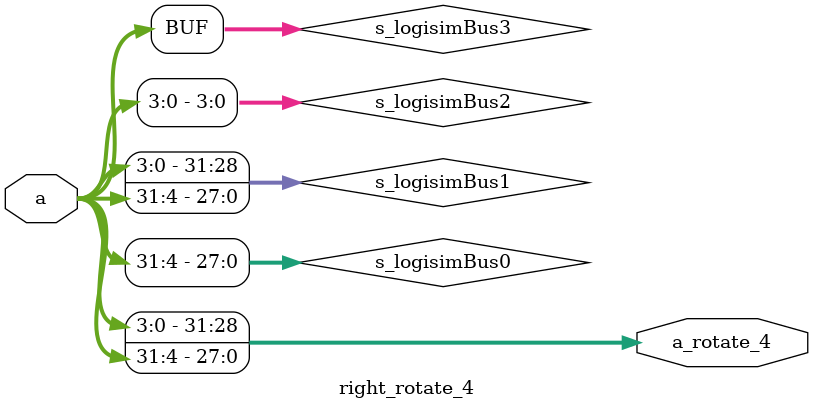
<source format=v>
/******************************************************************************
**
Logisim-evolution
goes
FPGA
automatic
generated
Verilog
code
**
**
https://github.com/logisim-evolution/
**
**
**
**
Component
:
right_rotate_4
**
**
**
*****************************************************************************/
module
right_rotate_4(
a,
a_rotate_4
);
/*******************************************************************************
**
The
inputs
are
defined
here
**
*******************************************************************************/
input
[31:0]
a;
/*******************************************************************************
**
The
outputs
are
defined
here
**
*******************************************************************************/
output
[31:0]
a_rotate_4;
/*******************************************************************************
**
The
wires
are
defined
here
**
*******************************************************************************/
wire
[27:0]
s_logisimBus0;
wire
[31:0]
s_logisimBus1;
wire
[3:0]
s_logisimBus2;
wire
[31:0]
s_logisimBus3;
/*******************************************************************************
**
The
module
functionality
is
described
here
**
*******************************************************************************/
/*******************************************************************************
**
Here
all
wiring
is
defined
**
*******************************************************************************/
assign
s_logisimBus0[0]
=
s_logisimBus3[4];
assign
s_logisimBus0[10]
=
s_logisimBus3[14];
assign
s_logisimBus0[11]
=
s_logisimBus3[15];
assign
s_logisimBus0[12]
=
s_logisimBus3[16];
assign
s_logisimBus0[13]
=
s_logisimBus3[17];
assign
s_logisimBus0[14]
=
s_logisimBus3[18];
assign
s_logisimBus0[15]
=
s_logisimBus3[19];
assign
s_logisimBus0[16]
=
s_logisimBus3[20];
assign
s_logisimBus0[17]
=
s_logisimBus3[21];
assign
s_logisimBus0[18]
=
s_logisimBus3[22];
assign
s_logisimBus0[19]
=
s_logisimBus3[23];
assign
s_logisimBus0[1]
=
s_logisimBus3[5];
assign
s_logisimBus0[20]
=
s_logisimBus3[24];
assign
s_logisimBus0[21]
=
s_logisimBus3[25];
assign
s_logisimBus0[22]
=
s_logisimBus3[26];
assign
s_logisimBus0[23]
=
s_logisimBus3[27];
assign
s_logisimBus0[24]
=
s_logisimBus3[28];
assign
s_logisimBus0[25]
=
s_logisimBus3[29];
assign
s_logisimBus0[26]
=
s_logisimBus3[30];
assign
s_logisimBus0[27]
=
s_logisimBus3[31];
assign
s_logisimBus0[2]
=
s_logisimBus3[6];
assign
s_logisimBus0[3]
=
s_logisimBus3[7];
assign
s_logisimBus0[4]
=
s_logisimBus3[8];
assign
s_logisimBus0[5]
=
s_logisimBus3[9];
assign
s_logisimBus0[6]
=
s_logisimBus3[10];
assign
s_logisimBus0[7]
=
s_logisimBus3[11];
assign
s_logisimBus0[8]
=
s_logisimBus3[12];
assign
s_logisimBus0[9]
=
s_logisimBus3[13];
assign
s_logisimBus1[0]
=
s_logisimBus0[0];
assign
s_logisimBus1[10]
=
s_logisimBus0[10];
assign
s_logisimBus1[11]
=
s_logisimBus0[11];
assign
s_logisimBus1[12]
=
s_logisimBus0[12];
assign
s_logisimBus1[13]
=
s_logisimBus0[13];
assign
s_logisimBus1[14]
=
s_logisimBus0[14];
assign
s_logisimBus1[15]
=
s_logisimBus0[15];
assign
s_logisimBus1[16]
=
s_logisimBus0[16];
assign
s_logisimBus1[17]
=
s_logisimBus0[17];
assign
s_logisimBus1[18]
=
s_logisimBus0[18];
assign
s_logisimBus1[19]
=
s_logisimBus0[19];
assign
s_logisimBus1[1]
=
s_logisimBus0[1];
assign
s_logisimBus1[20]
=
s_logisimBus0[20];
assign
s_logisimBus1[21]
=
s_logisimBus0[21];
assign
s_logisimBus1[22]
=
s_logisimBus0[22];
assign
s_logisimBus1[23]
=
s_logisimBus0[23];
assign
s_logisimBus1[24]
=
s_logisimBus0[24];
assign
s_logisimBus1[25]
=
s_logisimBus0[25];
assign
s_logisimBus1[26]
=
s_logisimBus0[26];
assign
s_logisimBus1[27]
=
s_logisimBus0[27];
assign
s_logisimBus1[28]
=
s_logisimBus2[0];
assign
s_logisimBus1[29]
=
s_logisimBus2[1];
assign
s_logisimBus1[2]
=
s_logisimBus0[2];
assign
s_logisimBus1[30]
=
s_logisimBus2[2];
assign
s_logisimBus1[31]
=
s_logisimBus2[3];
assign
s_logisimBus1[3]
=
s_logisimBus0[3];
assign
s_logisimBus1[4]
=
s_logisimBus0[4];
assign
s_logisimBus1[5]
=
s_logisimBus0[5];
assign
s_logisimBus1[6]
=
s_logisimBus0[6];
assign
s_logisimBus1[7]
=
s_logisimBus0[7];
assign
s_logisimBus1[8]
=
s_logisimBus0[8];
assign
s_logisimBus1[9]
=
s_logisimBus0[9];
assign
s_logisimBus2[0]
=
s_logisimBus3[0];
assign
s_logisimBus2[1]
=
s_logisimBus3[1];
assign
s_logisimBus2[2]
=
s_logisimBus3[2];
assign
s_logisimBus2[3]
=
s_logisimBus3[3];
/*******************************************************************************
**
Here
all
input
connections
are
defined
**
*******************************************************************************/
assign
s_logisimBus3[31:0]
=
a;
/*******************************************************************************
**
Here
all
output
connections
are
defined
**
*******************************************************************************/
assign
a_rotate_4
=
s_logisimBus1[31:0];
endmodule
</source>
